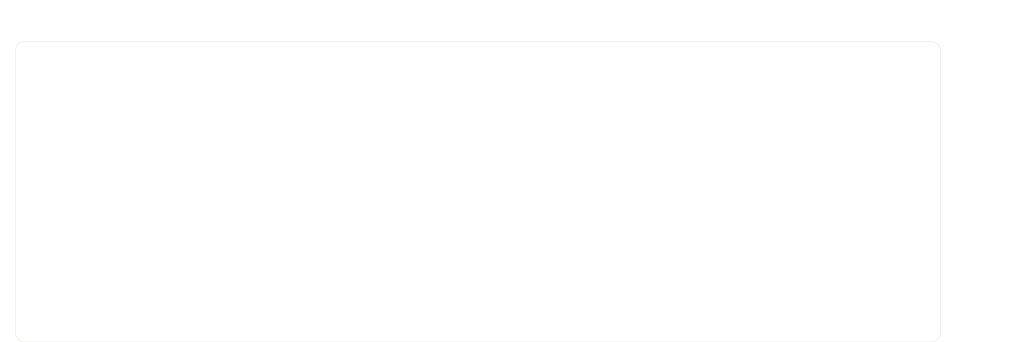
<source format=kicad_pcb>
(kicad_pcb (version 20221018) (generator pcbnew)

  (general
    (thickness 1.6)
  )

  (paper "A3")
  (title_block
    (title "GL516 PCB Dimensional drawing")
    (date "2022-01-03")
  )

  (layers
    (0 "F.Cu" signal)
    (31 "B.Cu" signal)
    (32 "B.Adhes" user "B.Adhesive")
    (33 "F.Adhes" user "F.Adhesive")
    (34 "B.Paste" user)
    (35 "F.Paste" user)
    (36 "B.SilkS" user "B.Silkscreen")
    (37 "F.SilkS" user "F.Silkscreen")
    (38 "B.Mask" user)
    (39 "F.Mask" user)
    (40 "Dwgs.User" user "User.Drawings")
    (41 "Cmts.User" user "User.Comments")
    (42 "Eco1.User" user "User.Eco1")
    (43 "Eco2.User" user "User.Eco2")
    (44 "Edge.Cuts" user)
    (45 "Margin" user)
    (46 "B.CrtYd" user "B.Courtyard")
    (47 "F.CrtYd" user "F.Courtyard")
    (48 "B.Fab" user)
    (49 "F.Fab" user)
  )

  (setup
    (pad_to_mask_clearance 0)
    (pcbplotparams
      (layerselection 0x0001000_7ffffffe)
      (plot_on_all_layers_selection 0x0000000_00000000)
      (disableapertmacros false)
      (usegerberextensions true)
      (usegerberattributes false)
      (usegerberadvancedattributes false)
      (creategerberjobfile false)
      (dashed_line_dash_ratio 12.000000)
      (dashed_line_gap_ratio 3.000000)
      (svgprecision 4)
      (plotframeref false)
      (viasonmask false)
      (mode 1)
      (useauxorigin false)
      (hpglpennumber 1)
      (hpglpenspeed 20)
      (hpglpendiameter 15.000000)
      (dxfpolygonmode true)
      (dxfimperialunits true)
      (dxfusepcbnewfont true)
      (psnegative false)
      (psa4output false)
      (plotreference true)
      (plotvalue true)
      (plotinvisibletext false)
      (sketchpadsonfab false)
      (subtractmaskfromsilk false)
      (outputformat 4)
      (mirror false)
      (drillshape 0)
      (scaleselection 1)
      (outputdirectory "C:/Users/サリチル酸/Desktop/")
    )
  )

  (net 0 "")

  (gr_line (start 368.625 82.25) (end 381.625 82.25)
    (stroke (width 0.15) (type solid)) (layer "Eco1.User") (tstamp 9dfd3aac-3810-4051-9036-03499fde7730))
  (gr_line (start 368.625 82.25) (end 357.746641 93.128359)
    (stroke (width 0.15) (type solid)) (layer "Eco1.User") (tstamp c3eff56b-e09a-4d22-9c45-6532749ef49a))
  (gr_arc (start 355.625 92.25) (mid 357.74632 93.12868) (end 358.625 95.25)
    (stroke (width 0.1) (type solid)) (layer "Edge.Cuts") (tstamp 00000000-0000-0000-0000-000060576ed8))
  (gr_arc (start 54.275 95.25) (mid 55.15368 93.12868) (end 57.275 92.25)
    (stroke (width 0.1) (type solid)) (layer "Edge.Cuts") (tstamp 00000000-0000-0000-0000-000060576f20))
  (gr_arc (start 57.275 191.05) (mid 55.15368 190.17132) (end 54.275 188.05)
    (stroke (width 0.1) (type solid)) (layer "Edge.Cuts") (tstamp 00000000-0000-0000-0000-000060576f55))
  (gr_line (start 57.275 191.05) (end 355.625 191.05)
    (stroke (width 0.1) (type solid)) (layer "Edge.Cuts") (tstamp 1b02b290-578f-4486-8136-3c91dfe028ae))
  (gr_line (start 358.625 188.05) (end 358.625 95.25)
    (stroke (width 0.1) (type solid)) (layer "Edge.Cuts") (tstamp 59cd8d8d-fe4f-4e68-837e-8c5676ea51b5))
  (gr_line (start 355.625 92.25) (end 57.275 92.25)
    (stroke (width 0.1) (type solid)) (layer "Edge.Cuts") (tstamp bc973bb7-4308-4fb2-a1b3-28fd8d9f9586))
  (gr_line (start 54.275 95.25) (end 54.275 188.05)
    (stroke (width 0.1) (type solid)) (layer "Edge.Cuts") (tstamp d7fbbb04-2f5a-4258-a582-59d5c0dca48a))
  (gr_arc (start 358.625 188.05) (mid 357.74632 190.17132) (end 355.625 191.05)
    (stroke (width 0.1) (type solid)) (layer "Edge.Cuts") (tstamp f1ce8004-507c-4bcd-a183-a0e144722735))
  (gr_line (start 113.575 95.55) (end 299.325 95.55)
    (stroke (width 0.15) (type solid)) (layer "F.CrtYd") (tstamp 00000000-0000-0000-0000-000060688d89))
  (gr_line (start 113.575 92.55) (end 113.575 95.55)
    (stroke (width 0.15) (type solid)) (layer "F.CrtYd") (tstamp 00000000-0000-0000-0000-000060882895))
  (gr_line (start 49.275 125.55) (end 363.625 125.55)
    (stroke (width 0.15) (type solid)) (layer "F.CrtYd") (tstamp 0c7c7244-d8fe-43b7-8de4-d3aa0f856b9d))
  (gr_line (start 299.325 92.55) (end 299.325 95.55)
    (stroke (width 0.15) (type solid)) (layer "F.CrtYd") (tstamp 1278f5cc-5987-4a84-9fca-99e5959833ac))
  (gr_line (start 49.275 92.55) (end 113.575 92.55)
    (stroke (width 0.15) (type solid)) (layer "F.CrtYd") (tstamp 223c89e7-c877-4326-950c-51501cdbadd9))
  (gr_line (start 363.625 92.55) (end 299.325 92.55)
    (stroke (width 0.15) (type solid)) (layer "F.CrtYd") (tstamp db8f800d-0519-482e-9c0d-fdeb81fc88f5))
  (gr_text "4-R3" (at 369.625 80.75) (layer "Eco1.User") (tstamp fdcf68aa-fbca-49a3-b7c2-8a73424bfb74)
    (effects (font (size 2 2) (thickness 0.2)) (justify left))
  )
  (gr_text "Pro Micro Area" (at 206.45 109.05) (layer "F.CrtYd") (tstamp d99cc30f-39b8-4a23-bad6-d033cd85ff76)
    (effects (font (size 5 5) (thickness 0.8)))
  )
  (dimension (type aligned) (layer "Eco1.User") (tstamp 185b53c2-d840-4261-a153-b73aac71619e)
    (pts (xy 113.575 95.25) (xy 54.275 95.25))
    (height 8)
    (gr_text "59.3000 mm" (at 83.925 85.05) (layer "Eco1.User") (tstamp 185b53c2-d840-4261-a153-b73aac71619e)
      (effects (font (size 2 2) (thickness 0.2)))
    )
    (format (prefix "") (suffix "") (units 2) (units_format 1) (precision 4))
    (style (thickness 0.15) (arrow_length 1.27) (text_position_mode 0) (extension_height 0.58642) (extension_offset 0) keep_text_aligned)
  )
  (dimension (type aligned) (layer "Eco1.User") (tstamp 18a0c412-9f8a-41ea-b457-4e8338167357)
    (pts (xy 358.625 95.25) (xy 54.275 95.25))
    (height 13)
    (gr_text "304.3500 mm" (at 206.45 80.05) (layer "Eco1.User") (tstamp 18a0c412-9f8a-41ea-b457-4e8338167357)
      (effects (font (size 2 2) (thickness 0.2)))
    )
    (format (prefix "") (suffix "") (units 2) (units_format 1) (precision 4))
    (style (thickness 0.15) (arrow_length 1.27) (text_position_mode 0) (extension_height 0.58642) (extension_offset 0) keep_text_aligned)
  )
  (dimension (type aligned) (layer "Eco1.User") (tstamp 66114cb6-9b09-4caa-8360-c0796b874afe)
    (pts (xy 299.325 125.55) (xy 299.325 95.55))
    (height 69.3)
    (gr_text "30.0000 mm" (at 366.425 110.55 90) (layer "Eco1.User") (tstamp 66114cb6-9b09-4caa-8360-c0796b874afe)
      (effects (font (size 2 2) (thickness 0.2)))
    )
    (format (prefix "") (suffix "") (units 2) (units_format 1) (precision 4))
    (style (thickness 0.15) (arrow_length 1.27) (text_position_mode 0) (extension_height 0.58642) (extension_offset 0) keep_text_aligned)
  )
  (dimension (type aligned) (layer "Eco1.User") (tstamp 68a0bfe7-d1fd-42e8-9feb-1674ebb92135)
    (pts (xy 299.325 92.55) (xy 113.575 92.55))
    (height 5.3)
    (gr_text "185.7500 mm" (at 206.45 85.05) (layer "Eco1.User") (tstamp 68a0bfe7-d1fd-42e8-9feb-1674ebb92135)
      (effects (font (size 2 2) (thickness 0.2)))
    )
    (format (prefix "") (suffix "") (units 2) (units_format 1) (precision 4))
    (style (thickness 0.15) (arrow_length 1.27) (text_position_mode 0) (extension_height 0.58642) (extension_offset 0) keep_text_aligned)
  )
  (dimension (type aligned) (layer "Eco1.User") (tstamp 9e45f5cb-b2d1-4f03-9128-a157d8185c4e)
    (pts (xy 355.625 191.05) (xy 355.625 92.25))
    (height 23)
    (gr_text "98.8000 mm" (at 376.425 141.65 90) (layer "Eco1.User") (tstamp 9e45f5cb-b2d1-4f03-9128-a157d8185c4e)
      (effects (font (size 2 2) (thickness 0.2)))
    )
    (format (prefix "") (suffix "") (units 2) (units_format 1) (precision 4))
    (style (thickness 0.15) (arrow_length 1.27) (text_position_mode 0) (extension_height 0.58642) (extension_offset 0) keep_text_aligned)
  )
  (dimension (type aligned) (layer "Eco1.User") (tstamp ad6ff02e-018e-4aaf-84f5-61d28e22ed9a)
    (pts (xy 299.325 125.55) (xy 299.325 92.55))
    (height 74.3)
    (gr_text "33.0000 mm" (at 371.425 109.05 90) (layer "Eco1.User") (tstamp ad6ff02e-018e-4aaf-84f5-61d28e22ed9a)
      (effects (font (size 2 2) (thickness 0.2)))
    )
    (format (prefix "") (suffix "") (units 2) (units_format 1) (precision 4))
    (style (thickness 0.15) (arrow_length 1.27) (text_position_mode 0) (extension_height 0.58642) (extension_offset 0) keep_text_aligned)
  )
  (dimension (type aligned) (layer "Eco1.User") (tstamp cdf7055c-dde7-4712-8c82-1be5b9582a66)
    (pts (xy 355.625 125.55) (xy 355.625 191.05))
    (height -13)
    (gr_text "65.5000 mm" (at 366.425 158.3 90) (layer "Eco1.User") (tstamp cdf7055c-dde7-4712-8c82-1be5b9582a66)
      (effects (font (size 2 2) (thickness 0.2)))
    )
    (format (prefix "") (suffix "") (units 2) (units_format 1) (precision 4))
    (style (thickness 0.15) (arrow_length 1.27) (text_position_mode 0) (extension_height 0.58642) (extension_offset 0) keep_text_aligned)
  )
  (dimension (type aligned) (layer "Eco1.User") (tstamp f3b1cf73-cd05-4700-9475-5da3fa8edb58)
    (pts (xy 299.325 95.25) (xy 358.625 95.25))
    (height -8)
    (gr_text "59.3000 mm" (at 328.975 85.05) (layer "Eco1.User") (tstamp f3b1cf73-cd05-4700-9475-5da3fa8edb58)
      (effects (font (size 2 2) (thickness 0.2)))
    )
    (format (prefix "") (suffix "") (units 2) (units_format 1) (precision 4))
    (style (thickness 0.15) (arrow_length 1.27) (text_position_mode 0) (extension_height 0.58642) (extension_offset 0) keep_text_aligned)
  )

)

</source>
